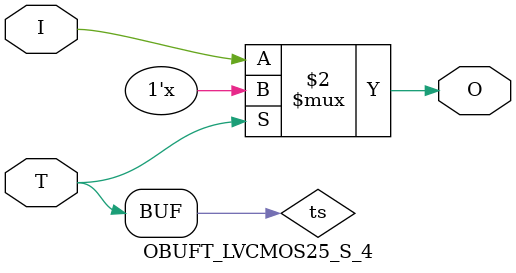
<source format=v>

/*

FUNCTION	: TRI-STATE OUTPUT BUFFER

*/

`celldefine
`timescale  100 ps / 10 ps

module OBUFT_LVCMOS25_S_4 (O, I, T);

    output O;

    input  I, T;

    or O1 (ts, 1'b0, T);
    bufif0 T1 (O, I, ts);

endmodule

</source>
